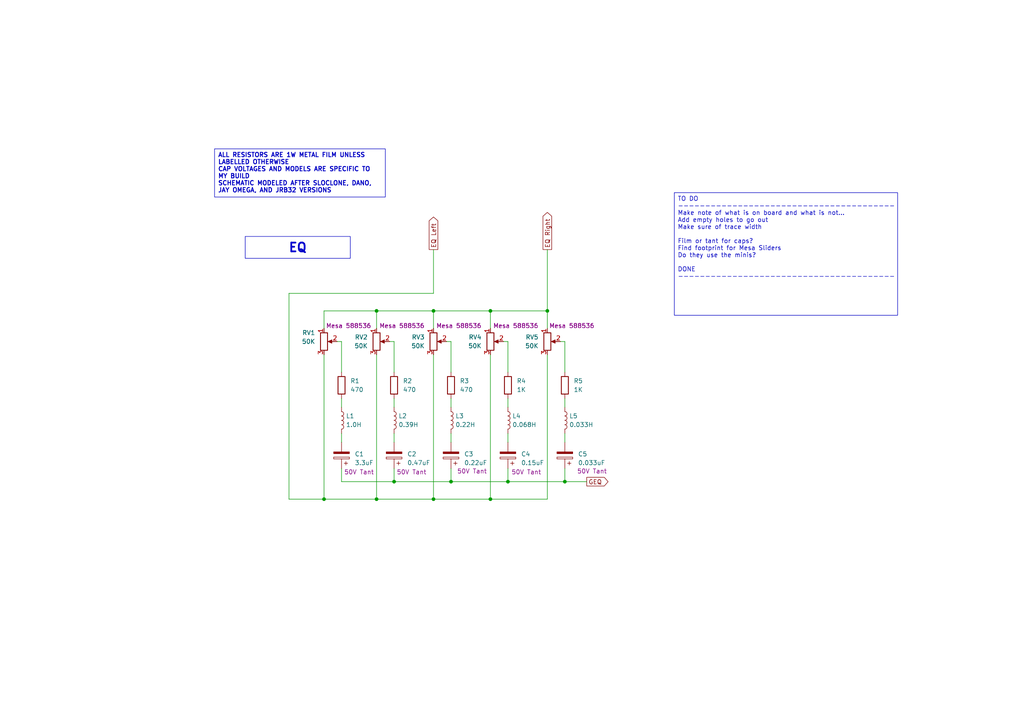
<source format=kicad_sch>
(kicad_sch (version 20250114) (generator "eeschema") (generator_version "9.0")
  (paper "A4")
  (lib_symbols
    (symbol "Device:C_Polarized" (pin_numbers (hide yes)) (pin_names (offset 0.254))
      (property "Reference" "C" (at 0.635 2.54 0))
      (property "Value" "C_Polarized" (at 0.635 -2.54 0))
      (symbol "C_Polarized_0_1"
        (rectangle (start -2.286 0.508) (end 2.286 1.016))
        (polyline (pts (xy -1.778 2.286) (xy -0.762 2.286)))
        (polyline (pts (xy -1.27 2.794) (xy -1.27 1.778)))
        (rectangle (start 2.286 -0.508) (end -2.286 -1.016) (fill (type outline)))
      )
      (symbol "C_Polarized_1_1"
        (pin passive line (at 0 3.81 270) (length 2.794) (name "~") (number "1"))
        (pin passive line (at 0 -3.81 90) (length 2.794) (name "~") (number "2"))
      )
    )
    (symbol "Device:L" (pin_numbers (hide yes)) (pin_names (offset 1.016) (hide yes))
      (property "Reference" "L" (at -1.27 0 90))
      (property "Value" "L" (at 1.905 0 90))
      (symbol "L_0_1"
        (arc (start 0 2.54) (mid 0.6323 1.905) (end 0 1.27))
        (arc (start 0 1.27) (mid 0.6323 0.635) (end 0 0))
        (arc (start 0 0) (mid 0.6323 -0.635) (end 0 -1.27))
        (arc (start 0 -1.27) (mid 0.6323 -1.905) (end 0 -2.54))
      )
      (symbol "L_1_1"
        (pin passive line (at 0 3.81 270) (length 1.27) (name "1") (number "1"))
        (pin passive line (at 0 -3.81 90) (length 1.27) (name "2") (number "2"))
      )
    )
    (symbol "Device:R" (pin_numbers (hide yes)) (pin_names (offset 0))
      (property "Reference" "R" (at 2.032 0 90))
      (property "Value" "R" (at 0 0 90))
      (symbol "R_0_1"
        (rectangle (start -1.016 -2.54) (end 1.016 2.54) (stroke (width 0.254)))
      )
      (symbol "R_1_1"
        (pin passive line (at 0 3.81 270) (length 1.27) (name "~") (number "1"))
        (pin passive line (at 0 -3.81 90) (length 1.27) (name "~") (number "2"))
      )
    )
    (symbol "Device:R_Potentiometer" (pin_names (offset 1.016) (hide yes))
      (property "Reference" "RV" (at -4.445 0 90))
      (property "Value" "R_Potentiometer" (at -2.54 0 90))
      (symbol "R_Potentiometer_0_1"
        (rectangle (start 1.016 2.54) (end -1.016 -2.54) (stroke (width 0.254)))
        (polyline (pts (xy 1.143 0) (xy 2.286 0.508) (xy 2.286 -0.508) (xy 1.143 0)) (fill (type outline)))
        (polyline (pts (xy 2.54 0) (xy 1.524 0)))
      )
      (symbol "R_Potentiometer_1_1"
        (pin passive line (at 0 3.81 270) (length 1.27) (name "1") (number "1"))
        (pin passive line (at 0 -3.81 90) (length 1.27) (name "3") (number "3"))
        (pin passive line (at 3.81 0 180) (length 1.27) (name "2") (number "2"))
      )
    )
  )
  (text_box "ALL RESISTORS ARE 1W METAL FILM UNLESS LABELLED OTHERWISE\nCAP VOLTAGES AND MODELS ARE SPECIFIC TO MY BUILD\nSCHEMATIC MODELED AFTER SLOCLONE, DANO, JAY OMEGA, AND JRB32 VERSIONS" (at 62.23 43.18 0) (size 49.53 13.97) (margins 0.9525 0.9525 0.9525 0.9525) (effects (font (size 1.27 1.27) (thickness 0.254) (bold yes)) (justify left top)))
  (text_box "TO DO\n----------------------------------------\nMake note of what is on board and what is not...\nAdd empty holes to go out \nMake sure of trace width\n\nFilm or tant for caps?\nFind footprint for Mesa Sliders\nDo they use the minis?\n\nDONE\n----------------------------------------\n" (at 195.58 55.88 0) (size 64.77 35.56) (margins 0.9525 0.9525 0.9525 0.9525) (effects (font (size 1.27 1.27)) (justify left top)))
  (text_box "EQ" (at 71.12 68.58 0) (size 30.48 6.35) (margins 0.9525 0.9525 0.9525 0.9525) (effects (font (size 2.54 2.54) (thickness 0.508) (bold yes))))
  (junction (at 109.22 90.17))
  (junction (at 142.24 144.78))
  (junction (at 130.81 139.7))
  (junction (at 93.98 144.78))
  (junction (at 114.3 139.7))
  (junction (at 109.22 144.78))
  (junction (at 163.83 139.7))
  (junction (at 147.32 139.7))
  (junction (at 142.24 90.17))
  (junction (at 125.73 144.78))
  (junction (at 125.73 90.17))
  (junction (at 158.75 90.17))
  (wire (pts (xy 147.32 118.11) (xy 147.32 115.57)))
  (wire (pts (xy 163.83 99.06) (xy 163.83 107.95)))
  (wire (pts (xy 129.54 99.06) (xy 130.81 99.06)))
  (wire (pts (xy 163.83 135.89) (xy 163.83 139.7)))
  (wire (pts (xy 147.32 125.73) (xy 147.32 128.27)))
  (wire (pts (xy 163.83 125.73) (xy 163.83 128.27)))
  (wire (pts (xy 125.73 72.39) (xy 125.73 85.09)))
  (wire (pts (xy 158.75 90.17) (xy 158.75 72.39)))
  (wire (pts (xy 83.82 85.09) (xy 83.82 144.78)))
  (wire (pts (xy 130.81 125.73) (xy 130.81 128.27)))
  (wire (pts (xy 147.32 99.06) (xy 147.32 107.95)))
  (wire (pts (xy 158.75 90.17) (xy 158.75 95.25)))
  (wire (pts (xy 114.3 115.57) (xy 114.3 118.11)))
  (wire (pts (xy 130.81 118.11) (xy 130.81 115.57)))
  (wire (pts (xy 146.05 99.06) (xy 147.32 99.06)))
  (wire (pts (xy 114.3 125.73) (xy 114.3 128.27)))
  (wire (pts (xy 130.81 139.7) (xy 147.32 139.7)))
  (wire (pts (xy 93.98 144.78) (xy 109.22 144.78)))
  (wire (pts (xy 109.22 102.87) (xy 109.22 144.78)))
  (wire (pts (xy 142.24 144.78) (xy 158.75 144.78)))
  (wire (pts (xy 99.06 125.73) (xy 99.06 128.27)))
  (wire (pts (xy 109.22 90.17) (xy 109.22 95.25)))
  (wire (pts (xy 83.82 144.78) (xy 93.98 144.78)))
  (wire (pts (xy 99.06 139.7) (xy 114.3 139.7)))
  (wire (pts (xy 162.56 99.06) (xy 163.83 99.06)))
  (wire (pts (xy 114.3 99.06) (xy 114.3 107.95)))
  (wire (pts (xy 142.24 102.87) (xy 142.24 144.78)))
  (wire (pts (xy 125.73 85.09) (xy 83.82 85.09)))
  (wire (pts (xy 163.83 118.11) (xy 163.83 115.57)))
  (wire (pts (xy 125.73 90.17) (xy 142.24 90.17)))
  (wire (pts (xy 99.06 135.89) (xy 99.06 139.7)))
  (wire (pts (xy 93.98 95.25) (xy 93.98 90.17)))
  (wire (pts (xy 125.73 102.87) (xy 125.73 144.78)))
  (wire (pts (xy 130.81 135.89) (xy 130.81 139.7)))
  (wire (pts (xy 147.32 135.89) (xy 147.32 139.7)))
  (wire (pts (xy 99.06 118.11) (xy 99.06 115.57)))
  (wire (pts (xy 163.83 139.7) (xy 170.18 139.7)))
  (wire (pts (xy 125.73 90.17) (xy 125.73 95.25)))
  (wire (pts (xy 130.81 99.06) (xy 130.81 107.95)))
  (wire (pts (xy 142.24 90.17) (xy 142.24 95.25)))
  (wire (pts (xy 93.98 90.17) (xy 109.22 90.17)))
  (wire (pts (xy 125.73 144.78) (xy 142.24 144.78)))
  (wire (pts (xy 99.06 99.06) (xy 99.06 107.95)))
  (wire (pts (xy 113.03 99.06) (xy 114.3 99.06)))
  (wire (pts (xy 109.22 90.17) (xy 125.73 90.17)))
  (wire (pts (xy 109.22 144.78) (xy 125.73 144.78)))
  (wire (pts (xy 147.32 139.7) (xy 163.83 139.7)))
  (wire (pts (xy 158.75 144.78) (xy 158.75 102.87)))
  (wire (pts (xy 99.06 99.06) (xy 97.79 99.06)))
  (wire (pts (xy 114.3 139.7) (xy 130.81 139.7)))
  (wire (pts (xy 114.3 135.89) (xy 114.3 139.7)))
  (wire (pts (xy 142.24 90.17) (xy 158.75 90.17)))
  (wire (pts (xy 93.98 102.87) (xy 93.98 144.78)))
  (global_label "GEQ" (shape output) (at 170.18 139.7 0) (property "Intersheetrefs" "${INTERSHEET_REFS}" (effects (hide yes))))
  (global_label "EQ Left" (shape output) (at 125.73 72.39 90) (property "Intersheetrefs" "${INTERSHEET_REFS}" (effects (hide yes))))
  (global_label "EQ Right" (shape output) (at 158.75 72.39 90) (property "Intersheetrefs" "${INTERSHEET_REFS}" (effects (hide yes))))
  (symbol (lib_id "Device:L") (at 99.06 121.92 0) (unit 1)
    (property "Reference" "L1" (at 100.33 120.6499 0) (effects (justify left)))
    (property "Value" "1.0H" (at 100.33 123.1899 0) (effects (justify left)))
    (property "Description" "Inductor" (effects (hide yes)))
  )
  (symbol (lib_id "Device:R") (at 147.32 111.76 0) (unit 1)
    (property "Reference" "R4" (at 149.86 110.4899 0) (effects (justify left)))
    (property "Value" "1K" (at 149.86 113.0299 0) (effects (justify left)))
    (property "Description" "Resistor" (effects (hide yes)))
  )
  (symbol (lib_id "Device:L") (at 114.3 121.92 0) (unit 1)
    (property "Reference" "L2" (at 115.57 120.6499 0) (effects (justify left)))
    (property "Value" "0.39H" (at 115.57 123.1899 0) (effects (justify left)))
    (property "Description" "Inductor" (effects (hide yes)))
  )
  (symbol (lib_id "Device:R") (at 99.06 111.76 0) (unit 1)
    (property "Reference" "R1" (at 101.6 110.4899 0) (effects (justify left)))
    (property "Value" "470" (at 101.6 113.0299 0) (effects (justify left)))
    (property "Description" "Resistor" (effects (hide yes)))
  )
  (symbol (lib_id "Device:C_Polarized") (at 147.32 132.08 180) (unit 1)
    (property "Reference" "C4" (at 151.13 131.6989 0) (effects (justify right)))
    (property "Value" "0.15uF" (at 151.13 134.2389 0) (effects (justify right)))
    (property "Description" "Polarized capacitor" (effects (hide yes)))
    (property "Notes" "50V Tant" (at 152.654 136.906 0))
  )
  (symbol (lib_id "Device:C_Polarized") (at 163.83 132.08 180) (unit 1)
    (property "Reference" "C5" (at 167.64 131.6989 0) (effects (justify right)))
    (property "Value" "0.033uF" (at 167.64 134.2389 0) (effects (justify right)))
    (property "Description" "Polarized capacitor" (effects (hide yes)))
    (property "Notes" "50V Tant" (at 171.704 136.652 0))
  )
  (symbol (lib_id "Device:R_Potentiometer") (at 158.75 99.06 0) (unit 1)
    (property "Reference" "RV5" (at 156.21 97.7899 0) (effects (justify right)))
    (property "Value" "50K" (at 156.21 100.3299 0) (effects (justify right)))
    (property "Description" "Potentiometer" (effects (hide yes)))
    (property "Notes" "Mesa 588536" (at 165.862 94.488 0))
  )
  (symbol (lib_id "Device:R_Potentiometer") (at 142.24 99.06 0) (unit 1)
    (property "Reference" "RV4" (at 139.7 97.7899 0) (effects (justify right)))
    (property "Value" "50K" (at 139.7 100.3299 0) (effects (justify right)))
    (property "Description" "Potentiometer" (effects (hide yes)))
    (property "Notes" "Mesa 588536" (at 149.606 94.488 0))
  )
  (symbol (lib_id "Device:R") (at 130.81 111.76 0) (unit 1)
    (property "Reference" "R3" (at 133.35 110.4899 0) (effects (justify left)))
    (property "Value" "470" (at 133.35 113.0299 0) (effects (justify left)))
    (property "Description" "Resistor" (effects (hide yes)))
  )
  (symbol (lib_id "Device:L") (at 163.83 121.92 0) (unit 1)
    (property "Reference" "L5" (at 165.1 120.6499 0) (effects (justify left)))
    (property "Value" "0.033H" (at 165.1 123.1899 0) (effects (justify left)))
    (property "Description" "Inductor" (effects (hide yes)))
  )
  (symbol (lib_id "Device:L") (at 130.81 121.92 0) (unit 1)
    (property "Reference" "L3" (at 132.08 120.6499 0) (effects (justify left)))
    (property "Value" "0.22H" (at 132.08 123.1899 0) (effects (justify left)))
    (property "Description" "Inductor" (effects (hide yes)))
  )
  (symbol (lib_id "Device:C_Polarized") (at 114.3 132.08 180) (unit 1)
    (property "Reference" "C2" (at 118.11 131.6989 0) (effects (justify right)))
    (property "Value" "0.47uF" (at 118.11 134.2389 0) (effects (justify right)))
    (property "Description" "Polarized capacitor" (effects (hide yes)))
    (property "Notes" "50V Tant" (at 119.38 136.906 0))
  )
  (symbol (lib_id "Device:R_Potentiometer") (at 93.98 99.06 0) (unit 1)
    (property "Reference" "RV1" (at 91.44 96.5199 0) (effects (justify right)))
    (property "Value" "50K" (at 91.44 99.0599 0) (effects (justify right)))
    (property "Description" "Potentiometer" (effects (hide yes)))
    (property "Notes" "Mesa 588536" (at 107.696 94.488 0) (effects (justify right)))
  )
  (symbol (lib_id "Device:R_Potentiometer") (at 109.22 99.06 0) (unit 1)
    (property "Reference" "RV2" (at 106.68 97.7899 0) (effects (justify right)))
    (property "Value" "50K" (at 106.68 100.3299 0) (effects (justify right)))
    (property "Description" "Potentiometer" (effects (hide yes)))
    (property "Notes" "Mesa 588536" (at 116.586 94.488 0))
  )
  (symbol (lib_id "Device:R") (at 163.83 111.76 0) (unit 1)
    (property "Reference" "R5" (at 166.37 110.4899 0) (effects (justify left)))
    (property "Value" "1K" (at 166.37 113.0299 0) (effects (justify left)))
    (property "Description" "Resistor" (effects (hide yes)))
  )
  (symbol (lib_id "Device:R") (at 114.3 111.76 0) (unit 1)
    (property "Reference" "R2" (at 116.84 110.4899 0) (effects (justify left)))
    (property "Value" "470" (at 116.84 113.0299 0) (effects (justify left)))
    (property "Description" "Resistor" (effects (hide yes)))
  )
  (symbol (lib_id "Device:C_Polarized") (at 99.06 132.08 180) (unit 1)
    (property "Reference" "C1" (at 102.87 131.6989 0) (effects (justify right)))
    (property "Value" "3.3uF" (at 102.87 134.2389 0) (effects (justify right)))
    (property "Description" "Polarized capacitor" (effects (hide yes)))
    (property "Notes" "50V Tant" (at 104.14 136.906 0))
  )
  (symbol (lib_id "Device:C_Polarized") (at 130.81 132.08 180) (unit 1)
    (property "Reference" "C3" (at 134.62 131.6989 0) (effects (justify right)))
    (property "Value" "0.22uF" (at 134.62 134.2389 0) (effects (justify right)))
    (property "Description" "Polarized capacitor" (effects (hide yes)))
    (property "Notes" "50V Tant" (at 136.906 136.652 0))
  )
  (symbol (lib_id "Device:L") (at 147.32 121.92 0) (unit 1)
    (property "Reference" "L4" (at 148.59 120.6499 0) (effects (justify left)))
    (property "Value" "0.068H" (at 148.59 123.1899 0) (effects (justify left)))
    (property "Description" "Inductor" (effects (hide yes)))
  )
  (symbol (lib_id "Device:R_Potentiometer") (at 125.73 99.06 0) (unit 1)
    (property "Reference" "RV3" (at 123.19 97.7899 0) (effects (justify right)))
    (property "Value" "50K" (at 123.19 100.3299 0) (effects (justify right)))
    (property "Description" "Potentiometer" (effects (hide yes)))
    (property "Notes" "Mesa 588536" (at 133.096 94.488 0))
  )
)
</source>
